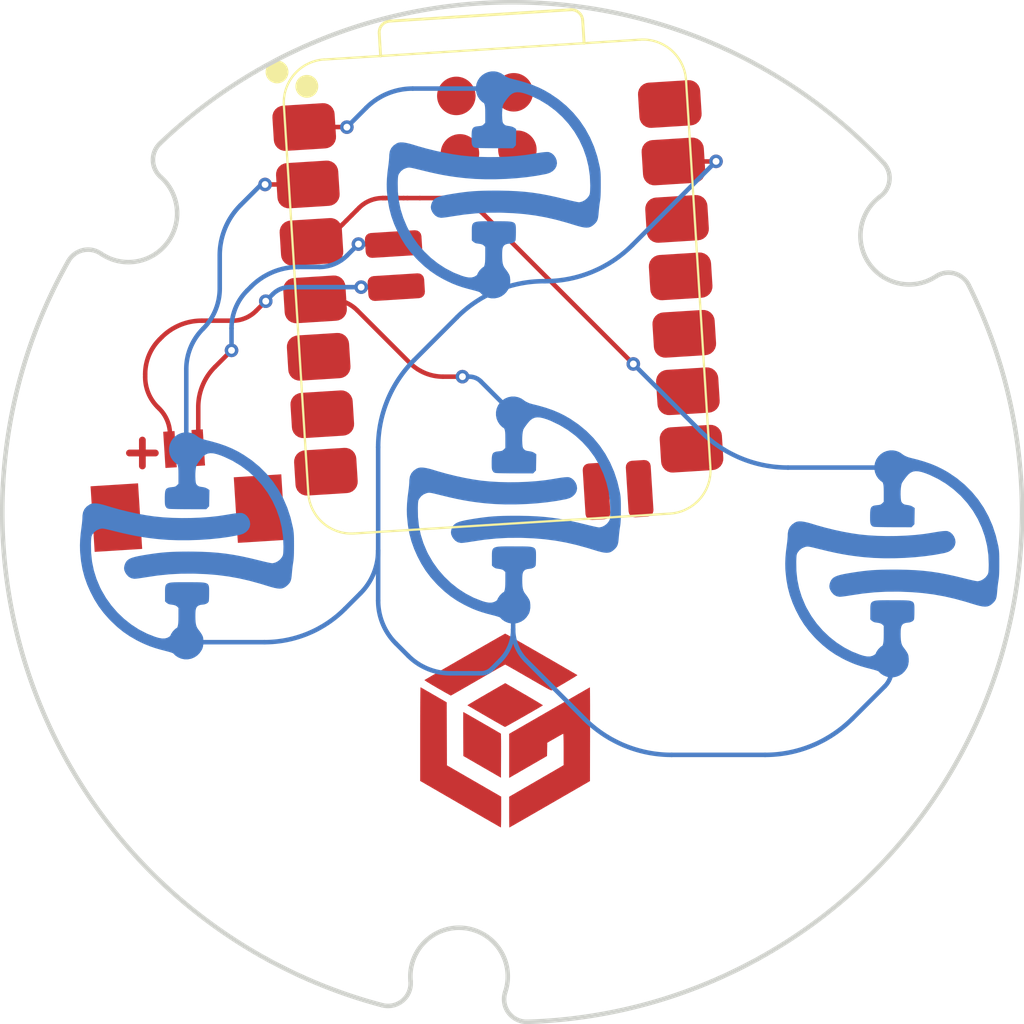
<source format=kicad_pcb>
(kicad_pcb (version 20240108) (generator "pcbnew") (generator_version "8.0")
  (layers (0 "F.Cu" signal) (31 "B.Cu" signal) (34 "B.Paste" user) (35 "F.Paste" user) (36 "B.SilkS" user "B.Silkscreen") (37 "F.SilkS" user "F.Silkscreen") (38 "B.Mask" user) (39 "F.Mask" user) (44 "Edge.Cuts" user))
  (net 0 "")
  (net 1 "Net-(J1-Pin_2)")
  (net 2 "Net-(J1-Pin_1)")
  (net 3 "GND")
  (net 4 "Net-(SW1-B)")
  (net 5 "Net-(SW2-B)")
  (net 6 "Net-(SW3-B)")
  (net 7 "Net-(SW4-B)")
  (footprint "LOGO" (layer "F.Cu") (at 148.7 107.18)
    (property "Reference" "G***" (hide yes))
    (property "Value" "LOGO" (hide yes))
  )
  (footprint "library:1.25T-2PWT" (layer "F.Cu") (at 134.71 97.63 -176.4)
    (property "Reference" "J1" (hide yes))
    (property "Value" "Battery")
  )
  (footprint "library:XIAO-nRF52840-SMD" (layer "F.Cu") (at 148.4 87.64 3.6)
    (property "Reference" "U1" (hide yes))
    (property "Value" "XIAO-nRF52840-SMD")
  )
  (footprint "library:ABXY_Contact" (layer "B.Cu") (at 148.160386 83.147378)
    (property "Reference" "SW1" (hide yes))
    (property "Value" "Y" (hide yes))
  )
  (footprint "library:ABXY_Contact" (layer "B.Cu") (at 149.047313 97.495692)
    (property "Reference" "SW3" (hide yes))
    (property "Value" "A" (hide yes))
  )
  (footprint "library:ABXY_Contact" (layer "B.Cu") (at 134.623064 99.076615)
    (property "Reference" "SW2" (hide yes))
    (property "Value" "X" (hide yes))
  )
  (footprint "library:ABXY_Contact" (layer "B.Cu") (at 165.745535 99.871508)
    (property "Reference" "SW4" (hide yes))
    (property "Value" "B" (hide yes))
  )
  (gr_arc (start 133.491229 82.743056) (mid 133.766949 85.677468) (end 130.854538 86.129861) (stroke (width 0.2)) (layer "Edge.Cuts"))
  (gr_arc (start 149.677434 120.028993) (mid 148.844558 119.625547) (end 148.699331 118.711567) (stroke (width 0.2)) (layer "Edge.Cuts"))
  (gr_arc (start 169.151691 87.524877) (mid 168.304087 109.102934) (end 149.677434 120.028993) (stroke (width 0.2)) (layer "Edge.Cuts"))
  (gr_arc (start 129.418574 86.462279) (mid 130.063468 85.980346) (end 130.854538 86.129861) (stroke (width 0.2)) (layer "Edge.Cuts"))
  (gr_arc (start 165.385393 82.116039) (mid 165.653147 82.89247) (end 165.24916 83.607543) (stroke (width 0.2)) (layer "Edge.Cuts"))
  (gr_arc (start 144.520713 118.233876) (mid 146.905039 115.892048) (end 148.699331 118.711567) (stroke (width 0.2)) (layer "Edge.Cuts"))
  (gr_arc (start 133.491229 82.743056) (mid 133.152263 82.012817) (end 133.46131 81.269421) (stroke (width 0.2)) (layer "Edge.Cuts"))
  (gr_arc (start 167.705557 87.135212) (mid 164.757292 86.569104) (end 165.24916 83.607543) (stroke (width 0.2)) (layer "Edge.Cuts"))
  (gr_arc (start 144.520713 118.233876) (mid 144.172961 119.091501) (end 143.270521 119.296568) (stroke (width 0.2)) (layer "Edge.Cuts"))
  (gr_arc (start 167.705557 87.135212) (mid 168.516386 87.004384) (end 169.151691 87.524877) (stroke (width 0.2)) (layer "Edge.Cuts"))
  (gr_arc (start 143.270521 119.296568) (mid 128.272412 106.284851) (end 129.418574 86.462279) (stroke (width 0.2)) (layer "Edge.Cuts"))
  (gr_arc (start 133.46131 81.269421) (mid 149.599594 75.047008) (end 165.385393 82.116039) (stroke (width 0.2)) (layer "Edge.Cuts"))
  (gr_text "+" (at 131.56 95.7 0) (layer "F.Cu") (effects (font (size 1.5 1.5) (thickness 0.3) (bold yes)) (justify left bottom)))
  (segment (start 142.340553 87.609676) (end 143.889195 87.609676) (width 0.2) (layer "F.Cu") (net 1))
  (segment (start 133.35707 92.89707) (end 133.433622 92.973622) (width 0.2) (layer "F.Cu") (net 1))
  (segment (start 132.81 91.576325) (end 132.81 91.45) (width 0.2) (layer "F.Cu") (net 1))
  (segment (start 137.7 88.66) (end 138.13 88.23) (width 0.2) (layer "F.Cu") (net 1))
  (segment (start 133.904141 94.109554) (end 133.904141 94.774967) (width 0.2) (layer "F.Cu") (net 1))
  (segment (start 136.661888 89.09) (end 135.302375 89.09) (width 0.2) (layer "F.Cu") (net 1))
  (segment (start 133.539999 89.819999) (end 133.446396 89.913603) (width 0.2) (layer "F.Cu") (net 1))
  (segment (start 142.34 87.61) (end 142.340162 87.609838) (width 0.2) (layer "F.Cu") (net 1))
  (via (at 138.13 88.23) (size 0.6) (drill 0.3) (layers "F.Cu" "B.Cu") (net 1))
  (via (at 142.34 87.61) (size 0.6) (drill 0.3) (layers "F.Cu" "B.Cu") (net 1))
  (arc (start 137.7 88.66) (mid 137.22371 88.978246) (end 136.661888 89.09) (width 0.2) (layer "F.Cu") (net 1))
  (arc (start 132.81 91.576325) (mid 132.952178 92.291107) (end 133.35707 92.89707) (width 0.2) (layer "F.Cu") (net 1))
  (arc (start 133.446396 89.913603) (mid 132.975393 90.618508) (end 132.81 91.45) (width 0.2) (layer "F.Cu") (net 1))
  (arc (start 133.433622 92.973622) (mid 133.781857 93.494792) (end 133.904141 94.109554) (width 0.2) (layer "F.Cu") (net 1))
  (arc (start 135.302375 89.09) (mid 134.348584 89.27972) (end 133.539999 89.819999) (width 0.2) (layer "F.Cu") (net 1))
  (arc (start 142.340553 87.609676) (mid 142.340341 87.609718) (end 142.340162 87.609838) (width 0.2) (layer "F.Cu") (net 1))
  (segment (start 139.188406 87.61) (end 142.34 87.61) (width 0.2) (layer "B.Cu") (net 1))
  (segment (start 138.44 87.92) (end 138.13 88.23) (width 0.2) (layer "B.Cu") (net 1))
  (arc (start 139.188406 87.61) (mid 138.783371 87.690566) (end 138.44 87.92) (width 0.2) (layer "B.Cu") (net 1))
  (segment (start 142.220782 85.709217) (end 142.22 85.71) (width 0.2) (layer "F.Cu") (net 2))
  (segment (start 135.151674 92.906589) (end 135.151674 94.696478) (width 0.2) (layer "F.Cu") (net 2))
  (segment (start 135.885837 91.134163) (end 136.62 90.4) (width 0.2) (layer "F.Cu") (net 2))
  (segment (start 142.222671 85.708435) (end 143.769579 85.708435) (width 0.2) (layer "F.Cu") (net 2))
  (via (at 136.62 90.4) (size 0.6) (drill 0.3) (layers "F.Cu" "B.Cu") (net 2))
  (via (at 142.22 85.71) (size 0.6) (drill 0.3) (layers "F.Cu" "B.Cu") (net 2))
  (arc (start 142.222671 85.708435) (mid 142.221648 85.708638) (end 142.220782 85.709217) (width 0.2) (layer "F.Cu") (net 2))
  (arc (start 135.885837 91.134163) (mid 135.342476 91.947359) (end 135.151674 92.906589) (width 0.2) (layer "F.Cu") (net 2))
  (segment (start 137.484999 87.584999) (end 137.309429 87.76057) (width 0.2) (layer "B.Cu") (net 2))
  (segment (start 139.573294 86.72) (end 140.495822 86.72) (width 0.2) (layer "B.Cu") (net 2))
  (segment (start 142.22 85.71) (end 141.715 86.215) (width 0.2) (layer "B.Cu") (net 2))
  (segment (start 136.62 90.4) (end 136.62 89.425) (width 0.2) (layer "B.Cu") (net 2))
  (arc (start 139.573294 86.72) (mid 138.443117 86.944805) (end 137.484999 87.584999) (width 0.2) (layer "B.Cu") (net 2))
  (arc (start 137.309429 87.76057) (mid 136.799176 88.524217) (end 136.62 89.425) (width 0.2) (layer "B.Cu") (net 2))
  (arc (start 141.715 86.215) (mid 141.155636 86.588754) (end 140.495822 86.72) (width 0.2) (layer "B.Cu") (net 2))
  (segment (start 157.997876 82.062123) (end 158 82.06) (width 0.2) (layer "F.Cu") (net 3))
  (segment (start 157.992749 82.064247) (end 156.120129 82.064247) (width 0.2) (layer "F.Cu") (net 3))
  (via (at 158 82.06) (size 0.6) (drill 0.3) (layers "F.Cu" "B.Cu") (net 3))
  (arc (start 157.992749 82.064247) (mid 157.995524 82.063694) (end 157.997876 82.062123) (width 0.2) (layer "F.Cu") (net 3))
  (segment (start 138.076884 103.276615) (end 134.623064 103.276615) (width 0.2) (layer "B.Cu") (net 3))
  (segment (start 147.505 104.65) (end 147.235 104.65) (width 0.2) (layer "B.Cu") (net 3))
  (segment (start 149.047313 102.708485) (end 149.047313 101.695692) (width 0.2) (layer "B.Cu") (net 3))
  (segment (start 146.56 104.65) (end 146.28 104.65) (width 0.2) (layer "B.Cu") (net 3))
  (segment (start 152.190833 106.656207) (end 149.615969 104.081343) (width 0.2) (layer "B.Cu") (net 3))
  (segment (start 143.09 101.445) (end 143.09 99.235) (width 0.2) (layer "B.Cu") (net 3))
  (segment (start 143.871352 103.331352) (end 144.419253 103.879253) (width 0.2) (layer "B.Cu") (net 3))
  (segment (start 147.1 104.65) (end 147.235 104.65) (width 0.2) (layer "B.Cu") (net 3))
  (segment (start 142.308646 101.121352) (end 141.621692 101.808307) (width 0.2) (layer "B.Cu") (net 3))
  (segment (start 156.038589 108.25) (end 160.166036 108.25) (width 0.2) (layer "B.Cu") (net 3))
  (segment (start 150.414349 87.347378) (end 150.458658 87.347378) (width 0.2) (layer "B.Cu") (net 3))
  (segment (start 143.09 99.235) (end 143.09 94.671727) (width 0.2) (layer "B.Cu") (net 3))
  (segment (start 147.64 104.65) (end 147.505 104.65) (width 0.2) (layer "B.Cu") (net 3))
  (segment (start 165.443969 105.22603) (end 164.013792 106.656206) (width 0.2) (layer "B.Cu") (net 3))
  (segment (start 147.1 104.65) (end 146.56 104.65) (width 0.2) (layer "B.Cu") (net 3))
  (segment (start 144.683792 90.823971) (end 146.566592 88.94117) (width 0.2) (layer "B.Cu") (net 3))
  (segment (start 148.100918 104.459081) (end 148.478656 104.081343) (width 0.2) (layer "B.Cu") (net 3))
  (segment (start 165.745535 104.497986) (end 165.745535 104.071508) (width 0.2) (layer "B.Cu") (net 3))
  (segment (start 158 82.06) (end 154.306414 85.753585) (width 0.2) (layer "B.Cu") (net 3))
  (arc (start 142.308646 101.121352) (mid 142.886932 100.255886) (end 143.09 99.235) (width 0.2) (layer "B.Cu") (net 3))
  (arc (start 150.414349 87.347378) (mid 148.331958 87.761591) (end 146.566592 88.94117) (width 0.2) (layer "B.Cu") (net 3))
  (arc (start 164.013792 106.656206) (mid 162.248426 107.835786) (end 160.166036 108.25) (width 0.2) (layer "B.Cu") (net 3))
  (arc (start 144.683792 90.823971) (mid 143.504213 92.589336) (end 143.09 94.671727) (width 0.2) (layer "B.Cu") (net 3))
  (arc (start 152.190833 106.656207) (mid 153.956198 107.835786) (end 156.038589 108.25) (width 0.2) (layer "B.Cu") (net 3))
  (arc (start 146.28 104.65) (mid 145.272971 104.449689) (end 144.419253 103.879253) (width 0.2) (layer "B.Cu") (net 3))
  (arc (start 165.745535 104.497986) (mid 165.66716 104.892) (end 165.443969 105.22603) (width 0.2) (layer "B.Cu") (net 3))
  (arc (start 138.076884 103.276615) (mid 139.99532 102.895014) (end 141.621692 101.808307) (width 0.2) (layer "B.Cu") (net 3))
  (arc (start 149.047313 102.708485) (mid 148.899523 103.45147) (end 148.478656 104.081343) (width 0.2) (layer "B.Cu") (net 3))
  (arc (start 149.047313 102.708485) (mid 149.195101 103.45147) (end 149.615969 104.081343) (width 0.2) (layer "B.Cu") (net 3))
  (arc (start 143.09 101.445) (mid 143.293066 102.465886) (end 143.871352 103.331352) (width 0.2) (layer "B.Cu") (net 3))
  (arc (start 150.458658 87.347378) (mid 152.541048 86.933164) (end 154.306414 85.753585) (width 0.2) (layer "B.Cu") (net 3))
  (arc (start 148.100918 104.459081) (mid 147.889447 104.600381) (end 147.64 104.65) (width 0.2) (layer "B.Cu") (net 3))
  (segment (start 141.71 80.55) (end 141.707133 80.547133) (width 0.2) (layer "F.Cu") (net 4))
  (segment (start 141.700213 80.544267) (end 139.827539 80.544267) (width 0.2) (layer "F.Cu") (net 4))
  (via (at 141.71 80.55) (size 0.6) (drill 0.3) (layers "F.Cu" "B.Cu") (net 4))
  (arc (start 141.700213 80.544267) (mid 141.703958 80.545011) (end 141.707133 80.547133) (width 0.2) (layer "F.Cu") (net 4))
  (segment (start 144.616557 78.847378) (end 148.160386 78.847378) (width 0.2) (layer "B.Cu") (net 4))
  (segment (start 141.71 80.55) (end 142.561311 79.698689) (width 0.2) (layer "B.Cu") (net 4))
  (arc (start 144.616557 78.847378) (mid 143.504265 79.068626) (end 142.561311 79.698689) (width 0.2) (layer "B.Cu") (net 4))
  (segment (start 138.101271 83.079255) (end 139.987027 83.079255) (width 0.2) (layer "F.Cu") (net 5))
  (segment (start 138.100372 83.079627) (end 138.1 83.08) (width 0.2) (layer "F.Cu") (net 5))
  (via (at 138.1 83.08) (size 0.6) (drill 0.3) (layers "F.Cu" "B.Cu") (net 5))
  (arc (start 138.100372 83.079627) (mid 138.100784 83.079351) (end 138.101271 83.079255) (width 0.2) (layer "F.Cu") (net 5))
  (segment (start 137.015 83.995) (end 137.869895 83.140104) (width 0.2) (layer "B.Cu") (net 5))
  (segment (start 138.1 83.08) (end 138.015 83.08) (width 0.2) (layer "B.Cu") (net 5))
  (segment (start 134.623064 91.231287) (end 134.623064 94.776615) (width 0.2) (layer "B.Cu") (net 5))
  (segment (start 136.1 86.204005) (end 136.1 87.665648) (width 0.2) (layer "B.Cu") (net 5))
  (arc (start 134.623064 91.231287) (mid 134.814985 90.266432) (end 135.361532 89.448468) (width 0.2) (layer "B.Cu") (net 5))
  (arc (start 137.869895 83.140104) (mid 137.936469 83.09562) (end 138.015 83.08) (width 0.2) (layer "B.Cu") (net 5))
  (arc (start 137.015 83.995) (mid 136.3378 85.0085) (end 136.1 86.204005) (width 0.2) (layer "B.Cu") (net 5))
  (arc (start 136.1 87.665648) (mid 135.908078 88.630503) (end 135.361532 89.448468) (width 0.2) (layer "B.Cu") (net 5))
  (segment (start 145.952245 91.56) (end 146.81 91.56) (width 0.2) (layer "F.Cu") (net 6))
  (segment (start 140.994862 88.149231) (end 140.306003 88.149231) (width 0.2) (layer "F.Cu") (net 6))
  (segment (start 142.170817 88.636327) (end 144.487965 90.953475) (width 0.2) (layer "F.Cu") (net 6))
  (via (at 146.81 91.56) (size 0.6) (drill 0.3) (layers "F.Cu" "B.Cu") (net 6))
  (arc (start 145.952245 91.56) (mid 145.159782 91.402369) (end 144.487965 90.953475) (width 0.2) (layer "F.Cu") (net 6))
  (arc (start 142.170817 88.636327) (mid 141.631284 88.275823) (end 140.994862 88.149231) (width 0.2) (layer "F.Cu") (net 6))
  (segment (start 146.81 91.56) (end 147.11081 91.56) (width 0.2) (layer "B.Cu") (net 6))
  (segment (start 147.624326 91.772705) (end 149.047313 93.195692) (width 0.2) (layer "B.Cu") (net 6))
  (arc (start 147.624326 91.772705) (mid 147.388722 91.61528) (end 147.11081 91.56) (width 0.2) (layer "B.Cu") (net 6))
  (segment (start 141.690824 84.669171) (end 141.526304 84.83369) (width 0.2) (layer "F.Cu") (net 7))
  (segment (start 141.526304 84.83369) (end 141.498092 84.861902) (width 0.2) (layer "F.Cu") (net 7))
  (segment (start 143.698277 83.68) (end 143.561555 83.68) (width 0.2) (layer "F.Cu") (net 7))
  (segment (start 144.210984 83.68) (end 144.381887 83.68) (width 0.2) (layer "F.Cu") (net 7))
  (segment (start 141.281903 85.078092) (end 141.173808 85.186187) (width 0.2) (layer "F.Cu") (net 7))
  (segment (start 143.834999 83.68) (end 143.698277 83.68) (width 0.2) (layer "F.Cu") (net 7))
  (segment (start 140.446136 85.614243) (end 140.146515 85.614243) (width 0.2) (layer "F.Cu") (net 7))
  (segment (start 141.498092 84.861902) (end 141.389998 84.969997) (width 0.2) (layer "F.Cu") (net 7))
  (segment (start 154.35 91) (end 147.783068 84.433068) (width 0.2) (layer "F.Cu") (net 7))
  (segment (start 143.561555 83.68) (end 143.424833 83.68) (width 0.2) (layer "F.Cu") (net 7))
  (segment (start 141.173808 85.186187) (end 141.065713 85.294282) (width 0.2) (layer "F.Cu") (net 7))
  (segment (start 143.971721 83.68) (end 143.834999 83.68) (width 0.2) (layer "F.Cu") (net 7))
  (segment (start 141.038691 85.321305) (end 140.984644 85.375354) (width 0.2) (layer "F.Cu") (net 7))
  (segment (start 144.928776 83.68) (end 144.381887 83.68) (width 0.2) (layer "F.Cu") (net 7))
  (segment (start 141.690824 84.669171) (end 141.929282 84.430715) (width 0.2) (layer "F.Cu") (net 7))
  (segment (start 141.065713 85.294282) (end 141.038691 85.321305) (width 0.2) (layer "F.Cu") (net 7))
  (segment (start 143.288111 83.68) (end 143.322291 83.68) (width 0.2) (layer "F.Cu") (net 7))
  (segment (start 142.143094 84.216905) (end 141.929282 84.430715) (width 0.2) (layer "F.Cu") (net 7))
  (segment (start 144.005901 83.68) (end 143.971721 83.68) (width 0.2) (layer "F.Cu") (net 7))
  (segment (start 140.984644 85.375354) (end 140.957621 85.402378) (width 0.2) (layer "F.Cu") (net 7))
  (segment (start 142.25 84.11) (end 142.143094 84.216905) (width 0.2) (layer "F.Cu") (net 7))
  (segment (start 143.390652 83.68) (end 143.322291 83.68) (width 0.2) (layer "F.Cu") (net 7))
  (segment (start 141.389998 84.969997) (end 141.281903 85.078092) (width 0.2) (layer "F.Cu") (net 7))
  (segment (start 143.390652 83.68) (end 143.424833 83.68) (width 0.2) (layer "F.Cu") (net 7))
  (segment (start 144.210984 83.68) (end 144.005901 83.68) (width 0.2) (layer "F.Cu") (net 7))
  (segment (start 145.965 83.68) (end 144.928776 83.68) (width 0.2) (layer "F.Cu") (net 7))
  (via (at 154.35 91) (size 0.6) (drill 0.3) (layers "F.Cu" "B.Cu") (net 7))
  (arc (start 140.446136 85.614243) (mid 140.722949 85.559181) (end 140.957621 85.402378) (width 0.2) (layer "F.Cu") (net 7))
  (arc (start 142.25 84.11) (mid 142.726289 83.791753) (end 143.288111 83.68) (width 0.2) (layer "F.Cu") (net 7))
  (arc (start 145.965 83.68) (mid 146.948931 83.875715) (end 147.783068 84.433068) (width 0.2) (layer "F.Cu") (net 7))
  (segment (start 161.175471 95.571508) (end 165.745535 95.571508) (width 0.2) (layer "B.Cu") (net 7))
  (segment (start 157.327715 93.977715) (end 154.35 91) (width 0.2) (layer "B.Cu") (net 7))
  (arc (start 157.327715 93.977715) (mid 159.09308 95.157294) (end 161.175471 95.571508) (width 0.2) (layer "B.Cu") (net 7))
)
</source>
